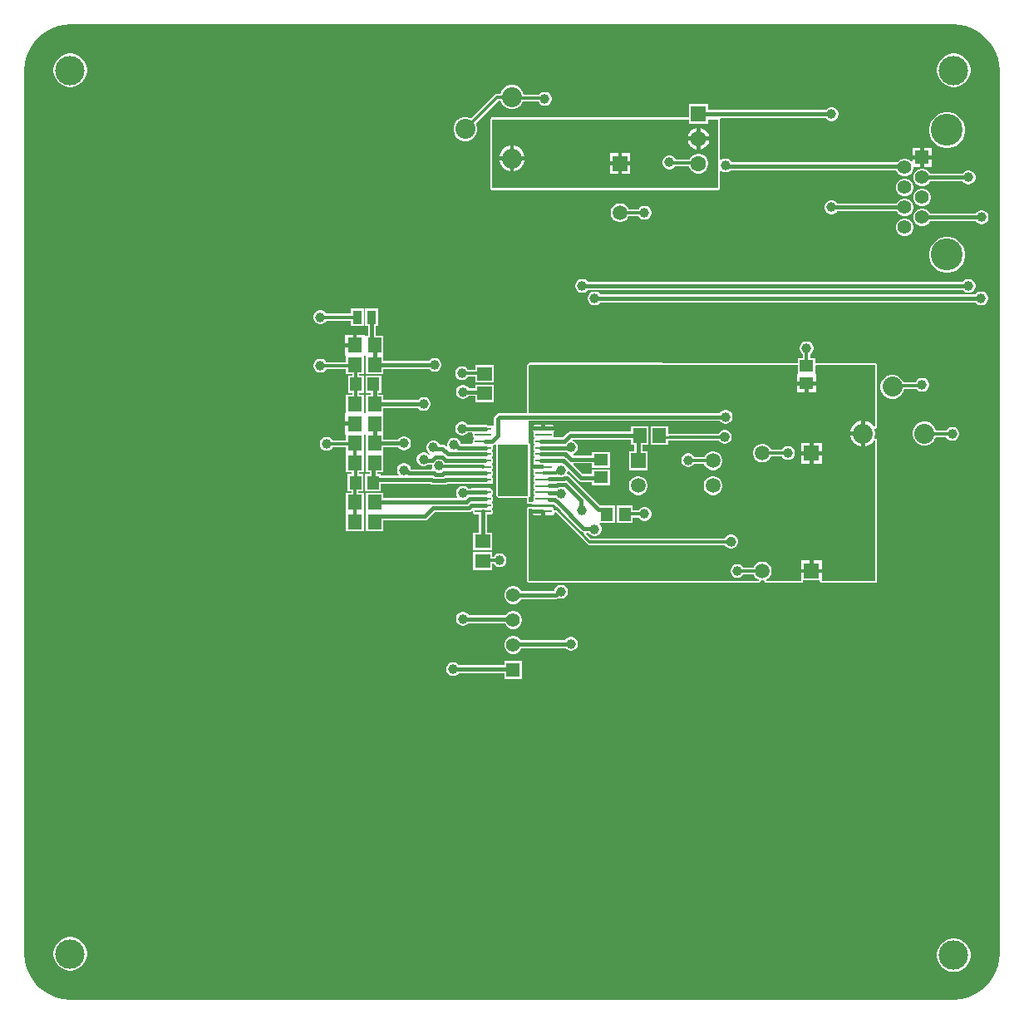
<source format=gtl>
G04*
G04 #@! TF.GenerationSoftware,Altium Limited,Altium Designer,23.7.1 (13)*
G04*
G04 Layer_Physical_Order=1*
G04 Layer_Color=255*
%FSLAX44Y44*%
%MOMM*%
G71*
G04*
G04 #@! TF.SameCoordinates,9BDE129D-A6D9-4E47-A380-7317F5008C5C*
G04*
G04*
G04 #@! TF.FilePolarity,Positive*
G04*
G01*
G75*
%ADD19C,0.2540*%
%ADD20R,0.9500X1.3500*%
G04:AMPARAMS|DCode=21|XSize=0.2mm|YSize=1.65mm|CornerRadius=0.029mm|HoleSize=0mm|Usage=FLASHONLY|Rotation=90.000|XOffset=0mm|YOffset=0mm|HoleType=Round|Shape=RoundedRectangle|*
%AMROUNDEDRECTD21*
21,1,0.2000,1.5920,0,0,90.0*
21,1,0.1420,1.6500,0,0,90.0*
1,1,0.0580,0.7960,0.0710*
1,1,0.0580,0.7960,-0.0710*
1,1,0.0580,-0.7960,-0.0710*
1,1,0.0580,-0.7960,0.0710*
%
%ADD21ROUNDEDRECTD21*%
G04:AMPARAMS|DCode=22|XSize=3.1mm|YSize=5.18mm|CornerRadius=0.0465mm|HoleSize=0mm|Usage=FLASHONLY|Rotation=0.000|XOffset=0mm|YOffset=0mm|HoleType=Round|Shape=RoundedRectangle|*
%AMROUNDEDRECTD22*
21,1,3.1000,5.0870,0,0,0.0*
21,1,3.0070,5.1800,0,0,0.0*
1,1,0.0930,1.5035,-2.5435*
1,1,0.0930,-1.5035,-2.5435*
1,1,0.0930,-1.5035,2.5435*
1,1,0.0930,1.5035,2.5435*
%
%ADD22ROUNDEDRECTD22*%
%ADD23R,1.4000X1.5000*%
%ADD24R,1.5000X1.4000*%
%ADD25R,1.4000X1.2000*%
%ADD26R,1.2000X1.4000*%
%ADD33C,3.2500*%
%ADD34R,1.3900X1.3900*%
%ADD35C,1.3900*%
%ADD43C,1.3970*%
%ADD44R,1.3970X1.3970*%
%ADD47C,0.3000*%
%ADD48C,0.4000*%
%ADD49C,1.5000*%
%ADD50R,1.5000X1.5000*%
%ADD51R,1.5000X1.5000*%
%ADD52C,3.0000*%
%ADD53C,1.6000*%
%ADD54R,1.6000X1.6000*%
%ADD55C,2.0320*%
%ADD56C,1.0000*%
%ADD57C,0.6000*%
G36*
X50000Y996666D02*
X950000D01*
X950140Y996694D01*
X956096Y996303D01*
X962088Y995112D01*
X967872Y993148D01*
X973352Y990446D01*
X978431Y987052D01*
X983024Y983024D01*
X987052Y978431D01*
X990446Y973352D01*
X993148Y967872D01*
X995112Y962088D01*
X996303Y956096D01*
X996694Y950140D01*
X996666Y950000D01*
X996666Y50000D01*
X996694Y49860D01*
X996303Y43904D01*
X995112Y37912D01*
X993148Y32127D01*
X990446Y26648D01*
X987052Y21569D01*
X983024Y16976D01*
X978431Y12948D01*
X973352Y9554D01*
X967872Y6852D01*
X962088Y4888D01*
X956096Y3697D01*
X950140Y3306D01*
X950000Y3334D01*
X50000D01*
X49860Y3306D01*
X43904Y3697D01*
X37912Y4888D01*
X32128Y6852D01*
X26648Y9554D01*
X21569Y12948D01*
X16976Y16976D01*
X12948Y21569D01*
X9554Y26648D01*
X6852Y32127D01*
X4888Y37912D01*
X3697Y43904D01*
X3380Y48739D01*
X3334Y50000D01*
X3334Y50000D01*
X3334Y51252D01*
Y950000D01*
X3306Y950140D01*
X3697Y956096D01*
X4888Y962088D01*
X6852Y967872D01*
X9554Y973352D01*
X12948Y978431D01*
X16976Y983024D01*
X21569Y987052D01*
X26648Y990446D01*
X32127Y993148D01*
X37912Y995112D01*
X43904Y996303D01*
X49860Y996694D01*
X50000Y996666D01*
D02*
G37*
%LPC*%
G36*
X951674Y967000D02*
X948326D01*
X945041Y966347D01*
X941947Y965065D01*
X939163Y963205D01*
X936795Y960837D01*
X934935Y958053D01*
X933653Y954959D01*
X933000Y951674D01*
Y948326D01*
X933653Y945041D01*
X934935Y941947D01*
X936795Y939163D01*
X939163Y936795D01*
X941947Y934935D01*
X945041Y933653D01*
X948326Y933000D01*
X951674D01*
X954959Y933653D01*
X958053Y934935D01*
X960837Y936795D01*
X963205Y939163D01*
X965065Y941947D01*
X966347Y945041D01*
X967000Y948326D01*
Y951674D01*
X966347Y954959D01*
X965065Y958053D01*
X963205Y960837D01*
X960837Y963205D01*
X958053Y965065D01*
X954959Y966347D01*
X951674Y967000D01*
D02*
G37*
G36*
X51674D02*
X48326D01*
X45041Y966347D01*
X41947Y965065D01*
X39163Y963205D01*
X36795Y960837D01*
X34935Y958053D01*
X33653Y954959D01*
X33000Y951674D01*
Y948326D01*
X33653Y945041D01*
X34935Y941947D01*
X36795Y939163D01*
X39163Y936795D01*
X41947Y934935D01*
X45041Y933653D01*
X48326Y933000D01*
X51674D01*
X54959Y933653D01*
X58053Y934935D01*
X60837Y936795D01*
X63205Y939163D01*
X65065Y941947D01*
X66347Y945041D01*
X67000Y948326D01*
Y951674D01*
X66347Y954959D01*
X65065Y958053D01*
X63205Y960837D01*
X60837Y963205D01*
X58053Y965065D01*
X54959Y966347D01*
X51674Y967000D01*
D02*
G37*
G36*
X501601Y934854D02*
X498399D01*
X495306Y934025D01*
X492534Y932424D01*
X490270Y930160D01*
X488669Y927387D01*
X488367Y926262D01*
X485001D01*
X483636Y925991D01*
X482478Y925217D01*
X458204Y900943D01*
X457196Y901526D01*
X454103Y902354D01*
X450901D01*
X447808Y901526D01*
X445036Y899925D01*
X442772Y897661D01*
X441171Y894888D01*
X440342Y891795D01*
Y888594D01*
X441171Y885501D01*
X442772Y882728D01*
X445036Y880464D01*
X447808Y878863D01*
X450901Y878034D01*
X454103D01*
X457196Y878863D01*
X459968Y880464D01*
X462232Y882728D01*
X463833Y885501D01*
X464662Y888594D01*
Y891795D01*
X463833Y894888D01*
X463251Y895897D01*
X486479Y919125D01*
X488367D01*
X488669Y918000D01*
X490270Y915227D01*
X492534Y912963D01*
X495306Y911362D01*
X498399Y910534D01*
X501601D01*
X504694Y911362D01*
X507466Y912963D01*
X509730Y915227D01*
X511331Y918000D01*
X511372Y918153D01*
X526849D01*
X526877Y918048D01*
X527799Y916452D01*
X529102Y915149D01*
X530698Y914227D01*
X532478Y913750D01*
X534322D01*
X536102Y914227D01*
X537698Y915149D01*
X539001Y916452D01*
X539923Y918048D01*
X540400Y919828D01*
Y921672D01*
X539923Y923452D01*
X539001Y925048D01*
X537698Y926351D01*
X536102Y927273D01*
X534322Y927750D01*
X532478D01*
X530698Y927273D01*
X529102Y926351D01*
X528041Y925290D01*
X511893D01*
X511331Y927387D01*
X509730Y930160D01*
X507466Y932424D01*
X504694Y934025D01*
X501601Y934854D01*
D02*
G37*
G36*
X700000Y915800D02*
X680000D01*
Y902039D01*
X480000D01*
X479220Y901884D01*
X478558Y901442D01*
X478116Y900780D01*
X477961Y900000D01*
Y830000D01*
X478116Y829220D01*
X478558Y828558D01*
X479220Y828116D01*
X480000Y827961D01*
X710000D01*
X710780Y828116D01*
X711442Y828558D01*
X711884Y829220D01*
X712039Y830000D01*
Y846952D01*
X712636Y847199D01*
X713309Y847366D01*
X714848Y846477D01*
X716628Y846000D01*
X718472D01*
X720252Y846477D01*
X721848Y847399D01*
X722351Y847902D01*
X891554D01*
X891660Y847505D01*
X892838Y845465D01*
X894505Y843798D01*
X896545Y842620D01*
X898822Y842010D01*
X901178D01*
X903455Y842620D01*
X905495Y843798D01*
X907162Y845465D01*
X908340Y847505D01*
X908950Y849782D01*
Y851170D01*
X915780D01*
Y859120D01*
X907830D01*
Y857583D01*
X906560Y857057D01*
X905495Y858122D01*
X903455Y859300D01*
X901178Y859910D01*
X898822D01*
X896545Y859300D01*
X894505Y858122D01*
X892838Y856455D01*
X892609Y856058D01*
X723867D01*
X723151Y857298D01*
X721848Y858601D01*
X720252Y859523D01*
X718472Y860000D01*
X716628D01*
X714848Y859523D01*
X713309Y858634D01*
X712636Y858801D01*
X712039Y859048D01*
Y900000D01*
X712006Y900168D01*
X712856Y901438D01*
X819608D01*
X819899Y900935D01*
X821202Y899632D01*
X822798Y898710D01*
X824578Y898233D01*
X826422D01*
X828202Y898710D01*
X829798Y899632D01*
X831101Y900935D01*
X832023Y902531D01*
X832500Y904311D01*
Y906154D01*
X832023Y907935D01*
X831101Y909531D01*
X829798Y910834D01*
X828202Y911756D01*
X826422Y912233D01*
X824578D01*
X822798Y911756D01*
X821202Y910834D01*
X819962Y909595D01*
X700000D01*
Y915800D01*
D02*
G37*
G36*
X944977Y907310D02*
X941383D01*
X937857Y906609D01*
X934535Y905233D01*
X931546Y903236D01*
X929004Y900694D01*
X927007Y897705D01*
X925631Y894383D01*
X924930Y890857D01*
Y887262D01*
X925631Y883737D01*
X927007Y880415D01*
X929004Y877426D01*
X931546Y874884D01*
X934535Y872887D01*
X937857Y871511D01*
X941383Y870810D01*
X944977D01*
X948503Y871511D01*
X951825Y872887D01*
X954814Y874884D01*
X957356Y877426D01*
X959353Y880415D01*
X960729Y883737D01*
X961430Y887262D01*
Y890857D01*
X960729Y894383D01*
X959353Y897705D01*
X957356Y900694D01*
X954814Y903236D01*
X951825Y905233D01*
X948503Y906609D01*
X944977Y907310D01*
D02*
G37*
G36*
X927730Y871070D02*
X919780D01*
Y863120D01*
X927730D01*
Y871070D01*
D02*
G37*
G36*
X915780D02*
X907830D01*
Y863120D01*
X915780D01*
Y871070D01*
D02*
G37*
G36*
X927730Y859120D02*
X919780D01*
Y851170D01*
X927730D01*
Y859120D01*
D02*
G37*
G36*
X918958Y849750D02*
X916602D01*
X914325Y849140D01*
X912285Y847962D01*
X910618Y846295D01*
X909440Y844255D01*
X908830Y841978D01*
Y839622D01*
X909440Y837345D01*
X910618Y835305D01*
X912285Y833638D01*
X914325Y832460D01*
X916602Y831850D01*
X918958D01*
X921235Y832460D01*
X923275Y833638D01*
X924942Y835305D01*
X925760Y836722D01*
X959309D01*
X959436Y836502D01*
X960740Y835199D01*
X962336Y834277D01*
X964116Y833800D01*
X965959D01*
X967740Y834277D01*
X969336Y835199D01*
X970639Y836502D01*
X971561Y838098D01*
X972038Y839878D01*
Y841722D01*
X971561Y843502D01*
X970639Y845098D01*
X969336Y846401D01*
X967740Y847323D01*
X965959Y847800D01*
X964116D01*
X962336Y847323D01*
X960740Y846401D01*
X959436Y845098D01*
X959309Y844878D01*
X925760D01*
X924942Y846295D01*
X923275Y847962D01*
X921235Y849140D01*
X918958Y849750D01*
D02*
G37*
G36*
X901178Y839590D02*
X898822D01*
X896545Y838980D01*
X894505Y837802D01*
X892838Y836135D01*
X891660Y834095D01*
X891050Y831818D01*
Y829462D01*
X891660Y827185D01*
X892838Y825145D01*
X894505Y823478D01*
X896545Y822300D01*
X898822Y821690D01*
X901178D01*
X903455Y822300D01*
X905495Y823478D01*
X907162Y825145D01*
X908340Y827185D01*
X908950Y829462D01*
Y831818D01*
X908340Y834095D01*
X907162Y836135D01*
X905495Y837802D01*
X903455Y838980D01*
X901178Y839590D01*
D02*
G37*
G36*
Y819270D02*
X898822D01*
X896545Y818660D01*
X894505Y817482D01*
X892838Y815815D01*
X892020Y814398D01*
X831228D01*
X831101Y814618D01*
X829798Y815921D01*
X828202Y816843D01*
X826422Y817320D01*
X824578D01*
X822798Y816843D01*
X821202Y815921D01*
X819899Y814618D01*
X818977Y813022D01*
X818500Y811242D01*
Y809398D01*
X818977Y807618D01*
X819899Y806022D01*
X821202Y804719D01*
X822798Y803797D01*
X824578Y803320D01*
X826422D01*
X828202Y803797D01*
X829798Y804719D01*
X831101Y806022D01*
X831228Y806242D01*
X892020D01*
X892838Y804825D01*
X894505Y803158D01*
X896545Y801980D01*
X898822Y801370D01*
X901178D01*
X903455Y801980D01*
X905495Y803158D01*
X907162Y804825D01*
X908340Y806865D01*
X908950Y809142D01*
Y811498D01*
X908340Y813775D01*
X907162Y815815D01*
X905495Y817482D01*
X903455Y818660D01*
X901178Y819270D01*
D02*
G37*
G36*
X918958Y829430D02*
X916602D01*
X914325Y828820D01*
X912285Y827642D01*
X910618Y825975D01*
X909440Y823935D01*
X908830Y821658D01*
Y819302D01*
X909440Y817025D01*
X910618Y814985D01*
X912285Y813318D01*
X914325Y812140D01*
X916602Y811530D01*
X918958D01*
X921235Y812140D01*
X923275Y813318D01*
X924942Y814985D01*
X926120Y817025D01*
X926730Y819302D01*
Y821658D01*
X926120Y823935D01*
X924942Y825975D01*
X923275Y827642D01*
X921235Y828820D01*
X918958Y829430D01*
D02*
G37*
G36*
X611251Y814500D02*
X608749D01*
X606333Y813853D01*
X604167Y812602D01*
X602398Y810833D01*
X601147Y808667D01*
X600500Y806251D01*
Y803749D01*
X601147Y801333D01*
X602398Y799167D01*
X604167Y797398D01*
X606333Y796147D01*
X608749Y795500D01*
X611251D01*
X613667Y796147D01*
X615833Y797398D01*
X617602Y799167D01*
X618828Y801291D01*
X628896D01*
X629399Y800421D01*
X630702Y799117D01*
X632298Y798196D01*
X634078Y797719D01*
X635922D01*
X637702Y798196D01*
X639298Y799117D01*
X640601Y800421D01*
X641523Y802017D01*
X642000Y803797D01*
Y805640D01*
X641523Y807421D01*
X640601Y809017D01*
X639298Y810320D01*
X637702Y811242D01*
X635922Y811719D01*
X634078D01*
X632298Y811242D01*
X630702Y810320D01*
X629399Y809017D01*
X629059Y808428D01*
X618917D01*
X618853Y808667D01*
X617602Y810833D01*
X615833Y812602D01*
X613667Y813853D01*
X611251Y814500D01*
D02*
G37*
G36*
X918958Y809110D02*
X916602D01*
X914325Y808500D01*
X912285Y807322D01*
X910618Y805655D01*
X909440Y803615D01*
X908830Y801338D01*
Y798982D01*
X909440Y796705D01*
X910618Y794665D01*
X912285Y792998D01*
X914325Y791820D01*
X916602Y791210D01*
X918958D01*
X921235Y791820D01*
X923275Y792998D01*
X924942Y794665D01*
X925760Y796082D01*
X972703D01*
X972830Y795862D01*
X974133Y794559D01*
X975729Y793637D01*
X977509Y793160D01*
X979352D01*
X981133Y793637D01*
X982729Y794559D01*
X984032Y795862D01*
X984954Y797458D01*
X985431Y799238D01*
Y801082D01*
X984954Y802862D01*
X984032Y804458D01*
X982729Y805761D01*
X981133Y806683D01*
X979352Y807160D01*
X977509D01*
X975729Y806683D01*
X974133Y805761D01*
X972830Y804458D01*
X972703Y804238D01*
X925760D01*
X924942Y805655D01*
X923275Y807322D01*
X921235Y808500D01*
X918958Y809110D01*
D02*
G37*
G36*
X901178Y798950D02*
X898822D01*
X896545Y798340D01*
X894505Y797162D01*
X892838Y795495D01*
X891660Y793455D01*
X891050Y791178D01*
Y788822D01*
X891660Y786545D01*
X892838Y784505D01*
X894505Y782838D01*
X896545Y781660D01*
X898822Y781050D01*
X901178D01*
X903455Y781660D01*
X905495Y782838D01*
X907162Y784505D01*
X908340Y786545D01*
X908950Y788822D01*
Y791178D01*
X908340Y793455D01*
X907162Y795495D01*
X905495Y797162D01*
X903455Y798340D01*
X901178Y798950D01*
D02*
G37*
G36*
X944977Y780310D02*
X941383D01*
X937857Y779609D01*
X934535Y778233D01*
X931546Y776236D01*
X929004Y773694D01*
X927007Y770705D01*
X925631Y767383D01*
X924930Y763857D01*
Y760263D01*
X925631Y756737D01*
X927007Y753415D01*
X929004Y750426D01*
X931546Y747884D01*
X934535Y745887D01*
X937857Y744511D01*
X941383Y743810D01*
X944977D01*
X948503Y744511D01*
X951825Y745887D01*
X954814Y747884D01*
X957356Y750426D01*
X959353Y753415D01*
X960729Y756737D01*
X961430Y760263D01*
Y763857D01*
X960729Y767383D01*
X959353Y770705D01*
X957356Y773694D01*
X954814Y776236D01*
X951825Y778233D01*
X948503Y779609D01*
X944977Y780310D01*
D02*
G37*
G36*
X965959Y737250D02*
X964116D01*
X962336Y736773D01*
X960740Y735851D01*
X959436Y734548D01*
X959309Y734328D01*
X577228D01*
X577101Y734548D01*
X575798Y735851D01*
X574202Y736773D01*
X572422Y737250D01*
X570578D01*
X568798Y736773D01*
X567202Y735851D01*
X565899Y734548D01*
X564977Y732952D01*
X564500Y731172D01*
Y729328D01*
X564977Y727548D01*
X565899Y725952D01*
X567202Y724649D01*
X568798Y723727D01*
X570578Y723250D01*
X572422D01*
X574202Y723727D01*
X575798Y724649D01*
X577101Y725952D01*
X577228Y726172D01*
X959309D01*
X959436Y725952D01*
X960740Y724649D01*
X962336Y723727D01*
X964116Y723250D01*
X965959D01*
X967740Y723727D01*
X969336Y724649D01*
X970639Y725952D01*
X971561Y727548D01*
X972038Y729328D01*
Y731172D01*
X971561Y732952D01*
X970639Y734548D01*
X969336Y735851D01*
X967740Y736773D01*
X965959Y737250D01*
D02*
G37*
G36*
X978822Y724550D02*
X976978D01*
X975198Y724073D01*
X973602Y723151D01*
X972299Y721848D01*
X972172Y721628D01*
X589928D01*
X589801Y721848D01*
X588498Y723151D01*
X586902Y724073D01*
X585122Y724550D01*
X583278D01*
X581498Y724073D01*
X579902Y723151D01*
X578599Y721848D01*
X577677Y720252D01*
X577200Y718472D01*
Y716628D01*
X577677Y714848D01*
X578599Y713252D01*
X579902Y711949D01*
X581498Y711027D01*
X583278Y710550D01*
X585122D01*
X586902Y711027D01*
X588498Y711949D01*
X589801Y713252D01*
X589928Y713472D01*
X972172D01*
X972299Y713252D01*
X973602Y711949D01*
X975198Y711027D01*
X976978Y710550D01*
X978822D01*
X980602Y711027D01*
X982198Y711949D01*
X983501Y713252D01*
X984423Y714848D01*
X984900Y716628D01*
Y718472D01*
X984423Y720252D01*
X983501Y721848D01*
X982198Y723151D01*
X980602Y724073D01*
X978822Y724550D01*
D02*
G37*
G36*
X349020Y707250D02*
X335520D01*
Y702069D01*
X310823D01*
X310401Y702798D01*
X309098Y704101D01*
X307502Y705023D01*
X305722Y705500D01*
X303878D01*
X302098Y705023D01*
X300502Y704101D01*
X299199Y702798D01*
X298277Y701202D01*
X297800Y699422D01*
Y697578D01*
X298277Y695798D01*
X299199Y694202D01*
X300502Y692899D01*
X302098Y691977D01*
X303878Y691500D01*
X305722D01*
X307502Y691977D01*
X309098Y692899D01*
X310401Y694202D01*
X310823Y694931D01*
X335520D01*
Y689750D01*
X349020D01*
Y707250D01*
D02*
G37*
G36*
X364020D02*
X350520D01*
Y689750D01*
X353192D01*
Y679500D01*
X351270D01*
X351000Y679500D01*
X350000Y680152D01*
Y680500D01*
X342000D01*
Y670000D01*
X340000D01*
Y668000D01*
X330000D01*
Y660152D01*
X330000Y660152D01*
X330000Y659500D01*
X331000Y658848D01*
X331000Y658230D01*
Y652647D01*
X310823D01*
X310401Y653376D01*
X309098Y654680D01*
X307502Y655601D01*
X305722Y656078D01*
X303878D01*
X302098Y655601D01*
X300502Y654680D01*
X299199Y653376D01*
X298277Y651780D01*
X297800Y650000D01*
Y648157D01*
X298277Y646376D01*
X299199Y644780D01*
X300502Y643477D01*
X302098Y642555D01*
X303878Y642078D01*
X305722D01*
X307502Y642555D01*
X309098Y643477D01*
X310401Y644780D01*
X310823Y645510D01*
X331000D01*
Y640500D01*
X337431D01*
Y639000D01*
X333000D01*
Y621000D01*
X337431D01*
Y619500D01*
X331000D01*
X331000Y601152D01*
X330000Y600500D01*
Y599848D01*
X330000Y599848D01*
Y592000D01*
X340000D01*
Y588000D01*
X330000D01*
Y580152D01*
X330000Y580152D01*
X330000Y579500D01*
X331000Y578848D01*
X331000Y578230D01*
Y573025D01*
X317173D01*
X316751Y573755D01*
X315448Y575058D01*
X313852Y575979D01*
X312072Y576457D01*
X310228D01*
X308448Y575979D01*
X306852Y575058D01*
X305549Y573755D01*
X304627Y572159D01*
X304150Y570378D01*
Y568535D01*
X304627Y566755D01*
X305549Y565159D01*
X306852Y563855D01*
X308448Y562934D01*
X310228Y562457D01*
X312072D01*
X313852Y562934D01*
X315448Y563855D01*
X316751Y565159D01*
X317173Y565888D01*
X331000D01*
Y560500D01*
X331000D01*
Y559500D01*
X331000D01*
Y540500D01*
X336931D01*
Y539000D01*
X332500D01*
Y521000D01*
X336431D01*
Y519500D01*
X331000D01*
Y500500D01*
X331000D01*
Y499500D01*
X331000D01*
Y480500D01*
X349000D01*
Y499500D01*
X349000D01*
Y500500D01*
X349000D01*
Y519500D01*
X343569D01*
Y521000D01*
X348500D01*
Y539000D01*
X344069D01*
Y540500D01*
X349000D01*
Y559500D01*
X349000D01*
Y560500D01*
X349000D01*
X349000Y578848D01*
X350000Y579500D01*
X351000Y578848D01*
Y560770D01*
X351000Y560500D01*
Y559500D01*
X351000Y559230D01*
Y540500D01*
X354922D01*
Y539000D01*
X350500D01*
Y521000D01*
X366500D01*
Y528922D01*
X416716D01*
X417676Y528280D01*
X419237Y527970D01*
X431663D01*
X431663Y527970D01*
X433224Y528280D01*
X434184Y528922D01*
X458316D01*
X458634Y528500D01*
X470500D01*
X481555D01*
X480832Y529582D01*
X480821Y529589D01*
X480727Y529728D01*
X480551Y531297D01*
X480617Y531396D01*
X480795Y532290D01*
Y533710D01*
X480617Y534604D01*
X480111Y535361D01*
X479850Y535535D01*
Y536965D01*
X480111Y537139D01*
X480617Y537896D01*
X480795Y538790D01*
Y540210D01*
X480617Y541104D01*
X480111Y541861D01*
X479850Y542035D01*
Y543465D01*
X480111Y543639D01*
X480617Y544397D01*
X480795Y545290D01*
Y546710D01*
X480617Y547603D01*
X480111Y548361D01*
X479850Y548535D01*
Y549965D01*
X480111Y550139D01*
X480617Y550896D01*
X480795Y551790D01*
Y553210D01*
X480617Y554104D01*
X480111Y554861D01*
X479850Y555035D01*
Y556465D01*
X480111Y556639D01*
X480617Y557397D01*
X480795Y558290D01*
Y559710D01*
X480617Y560603D01*
X480111Y561361D01*
X479850Y561535D01*
Y562965D01*
X480111Y563139D01*
X480617Y563896D01*
X480795Y564790D01*
Y566210D01*
X480617Y567104D01*
X480779Y567832D01*
X481165Y568473D01*
X481207Y568507D01*
X482493Y569366D01*
X482802Y569674D01*
X483258Y569454D01*
X483849Y568926D01*
X483702Y568185D01*
Y517315D01*
X483893Y516353D01*
X484438Y515538D01*
X485253Y514993D01*
X486215Y514802D01*
X515208D01*
Y510334D01*
X515363Y509554D01*
X515805Y508892D01*
X516466Y508450D01*
X517247Y508295D01*
X520206D01*
X520686Y507710D01*
Y506919D01*
X520674Y506865D01*
X520374Y506135D01*
X519507Y505705D01*
X517247D01*
X516466Y505550D01*
X515805Y505108D01*
X515363Y504446D01*
X515208Y503666D01*
Y430000D01*
X515363Y429220D01*
X515805Y428558D01*
X516466Y428116D01*
X517247Y427961D01*
X750901D01*
X750934Y427967D01*
X750968Y427962D01*
X751324Y428045D01*
X751682Y428116D01*
X751710Y428135D01*
X751742Y428143D01*
X752039Y428355D01*
X752343Y428558D01*
X752362Y428586D01*
X752389Y428606D01*
X752582Y428916D01*
X752785Y429220D01*
X752792Y429253D01*
X752810Y429282D01*
X752991Y429764D01*
X753749Y430500D01*
X756251D01*
X757009Y429764D01*
X757190Y429282D01*
X757208Y429253D01*
X757215Y429220D01*
X757418Y428916D01*
X757611Y428606D01*
X757638Y428586D01*
X757657Y428558D01*
X757961Y428355D01*
X758257Y428143D01*
X758290Y428135D01*
X758318Y428116D01*
X758677Y428045D01*
X759032Y427962D01*
X759066Y427967D01*
X759099Y427961D01*
X794500D01*
X795280Y428116D01*
X795942Y428558D01*
X796384Y429220D01*
X796539Y430000D01*
Y430500D01*
X813461D01*
Y430000D01*
X813616Y429220D01*
X814058Y428558D01*
X814720Y428116D01*
X815500Y427961D01*
X870000D01*
X870780Y428116D01*
X871442Y428558D01*
X871884Y429220D01*
X872039Y430000D01*
Y572785D01*
X872013Y572917D01*
X872022Y573051D01*
X871936Y573304D01*
X871884Y573565D01*
X871809Y573677D01*
X871766Y573805D01*
X871590Y574005D01*
X871442Y574227D01*
X871330Y574302D01*
X871241Y574403D01*
X871002Y574521D01*
X870780Y574669D01*
X870648Y574695D01*
X870528Y574755D01*
X869965Y574906D01*
X869250Y575159D01*
X869112Y576333D01*
X869113Y576346D01*
X869663Y578399D01*
Y581601D01*
X869113Y583653D01*
X869112Y583667D01*
X869250Y584841D01*
X869965Y585094D01*
X870528Y585245D01*
X870648Y585305D01*
X870780Y585331D01*
X871002Y585479D01*
X871241Y585597D01*
X871330Y585698D01*
X871442Y585773D01*
X871590Y585995D01*
X871766Y586195D01*
X871809Y586323D01*
X871884Y586435D01*
X871936Y586696D01*
X872022Y586949D01*
X872013Y587083D01*
X872039Y587215D01*
Y649500D01*
X871961Y649896D01*
X871885Y650278D01*
X871884Y650279D01*
X871884Y650280D01*
X871661Y650614D01*
X871444Y650940D01*
X871443Y650941D01*
X871442Y650942D01*
X871113Y651162D01*
X870783Y651383D01*
X870782Y651383D01*
X870780Y651384D01*
X870391Y651461D01*
X870003Y651539D01*
X809902Y651625D01*
X809894Y651632D01*
X809087Y652530D01*
X809000Y652742D01*
Y657000D01*
X803669D01*
Y660727D01*
X804398Y661149D01*
X805701Y662452D01*
X806623Y664048D01*
X807100Y665828D01*
Y667672D01*
X806623Y669452D01*
X805701Y671048D01*
X804398Y672351D01*
X802802Y673273D01*
X801022Y673750D01*
X799178D01*
X797398Y673273D01*
X795802Y672351D01*
X794499Y671048D01*
X793577Y669452D01*
X793100Y667672D01*
Y665828D01*
X793577Y664048D01*
X794499Y662452D01*
X795802Y661149D01*
X796531Y660727D01*
Y657000D01*
X791000D01*
Y652551D01*
X790101Y651653D01*
X518148Y652042D01*
X518148Y652042D01*
X518147Y652042D01*
X517762Y651965D01*
X517368Y651888D01*
X517367Y651887D01*
X517366Y651887D01*
X517048Y651675D01*
X516706Y651447D01*
X516705Y651446D01*
X516705Y651445D01*
X515806Y650548D01*
X515806Y650547D01*
X515805Y650547D01*
X515588Y650223D01*
X515363Y649887D01*
X515363Y649886D01*
X515363Y649885D01*
X515286Y649501D01*
X515208Y649107D01*
X515208Y649106D01*
X515208Y649105D01*
Y600978D01*
X487596D01*
X486036Y600668D01*
X484712Y599784D01*
X484712Y599784D01*
X482369Y597441D01*
X481485Y596118D01*
X481175Y594557D01*
X481175Y594557D01*
Y588055D01*
X480680Y587732D01*
X479905Y587499D01*
X479353Y587867D01*
X478460Y588045D01*
X475143D01*
X474061Y588768D01*
X472500Y589078D01*
X454807D01*
X454680Y589298D01*
X453377Y590601D01*
X451780Y591523D01*
X450000Y592000D01*
X448157D01*
X446376Y591523D01*
X444780Y590601D01*
X443477Y589298D01*
X442556Y587702D01*
X442078Y585922D01*
Y584078D01*
X442556Y582298D01*
X443477Y580702D01*
X444780Y579399D01*
X446376Y578477D01*
X448157Y578000D01*
X450000D01*
X451780Y578477D01*
X453377Y579399D01*
X454680Y580702D01*
X454807Y580922D01*
X459402D01*
X459639Y580724D01*
X460293Y579652D01*
X460205Y579210D01*
Y577790D01*
X460383Y576897D01*
X460889Y576139D01*
X461150Y575965D01*
Y574535D01*
X460889Y574361D01*
X460383Y573604D01*
X460205Y572710D01*
Y571290D01*
X460293Y570848D01*
X459639Y569776D01*
X459402Y569578D01*
X447889D01*
X447444Y571237D01*
X446523Y572833D01*
X445220Y574136D01*
X443624Y575058D01*
X441843Y575535D01*
X440000D01*
X438220Y575058D01*
X436623Y574136D01*
X435320Y572833D01*
X434399Y571237D01*
X433922Y569457D01*
Y567613D01*
X434017Y567258D01*
X432878Y566601D01*
X432098Y567381D01*
X430775Y568265D01*
X429214Y568575D01*
X429214Y568575D01*
X426391D01*
X425601Y569943D01*
X424298Y571246D01*
X422702Y572168D01*
X420922Y572645D01*
X419078D01*
X417298Y572168D01*
X415702Y571246D01*
X414399Y569943D01*
X413477Y568347D01*
X413000Y566567D01*
Y564724D01*
X413477Y562943D01*
X414399Y561347D01*
X415702Y560044D01*
X416545Y559557D01*
X416871Y558079D01*
X416137Y558061D01*
X415478Y558171D01*
X414298Y559351D01*
X412702Y560273D01*
X410922Y560750D01*
X409078D01*
X407298Y560273D01*
X405702Y559351D01*
X404399Y558048D01*
X403477Y556452D01*
X403000Y554672D01*
Y552828D01*
X403477Y551048D01*
X404399Y549452D01*
X405702Y548149D01*
X407298Y547227D01*
X409078Y546750D01*
X410922D01*
X412702Y547227D01*
X414298Y548149D01*
X414821Y548672D01*
X417323D01*
X418439Y547976D01*
X418450Y547470D01*
Y546127D01*
X418792Y544848D01*
X418037Y543578D01*
X397000D01*
Y543672D01*
X396523Y545452D01*
X395601Y547048D01*
X394298Y548351D01*
X392702Y549273D01*
X390922Y549750D01*
X389078D01*
X387298Y549273D01*
X385702Y548351D01*
X384399Y547048D01*
X383477Y545452D01*
X383000Y543672D01*
Y541828D01*
X383477Y540048D01*
X384399Y538452D01*
X384502Y538348D01*
X383976Y537078D01*
X366500D01*
Y539000D01*
X363078D01*
Y540500D01*
X369000D01*
Y559230D01*
X369000Y559500D01*
Y560500D01*
X369000Y560770D01*
Y565922D01*
X384272D01*
X384399Y565702D01*
X385702Y564399D01*
X387298Y563477D01*
X389078Y563000D01*
X390922D01*
X392702Y563477D01*
X394298Y564399D01*
X395601Y565702D01*
X396523Y567298D01*
X397000Y569078D01*
Y570922D01*
X396523Y572702D01*
X395601Y574298D01*
X394298Y575601D01*
X392702Y576523D01*
X390922Y577000D01*
X389078D01*
X387298Y576523D01*
X385702Y575601D01*
X384399Y574298D01*
X384272Y574078D01*
X369000D01*
Y579500D01*
X369000D01*
Y580500D01*
X369000D01*
Y599230D01*
X369000Y599500D01*
Y600500D01*
X369000Y600770D01*
Y605922D01*
X404272D01*
X404399Y605702D01*
X405702Y604399D01*
X407298Y603477D01*
X409078Y603000D01*
X410922D01*
X412702Y603477D01*
X414298Y604399D01*
X415601Y605702D01*
X416523Y607298D01*
X417000Y609078D01*
Y610922D01*
X416523Y612702D01*
X415601Y614298D01*
X414298Y615601D01*
X412702Y616523D01*
X410922Y617000D01*
X409078D01*
X407298Y616523D01*
X405702Y615601D01*
X404399Y614298D01*
X404272Y614078D01*
X369000D01*
Y619500D01*
X364078D01*
Y621000D01*
X367000D01*
Y639000D01*
X351000D01*
Y621000D01*
X355922D01*
Y619500D01*
X351000D01*
Y601152D01*
X350000Y600500D01*
X349000Y601152D01*
X349000Y601770D01*
Y619500D01*
X344569D01*
Y621000D01*
X349000D01*
Y639000D01*
X344569D01*
Y640500D01*
X349000D01*
X349000Y658848D01*
X350000Y659500D01*
X351000Y658848D01*
Y640500D01*
X369000D01*
Y645922D01*
X415336D01*
X415463Y645702D01*
X416766Y644399D01*
X418362Y643477D01*
X420143Y643000D01*
X421986D01*
X423766Y643477D01*
X425362Y644399D01*
X426666Y645702D01*
X427587Y647298D01*
X428064Y649078D01*
Y650922D01*
X427587Y652702D01*
X426666Y654298D01*
X425362Y655601D01*
X423766Y656523D01*
X421986Y657000D01*
X420143D01*
X418362Y656523D01*
X416766Y655601D01*
X415463Y654298D01*
X415336Y654078D01*
X369000D01*
Y659500D01*
X369000D01*
Y660500D01*
X369000D01*
Y679500D01*
X361348D01*
Y689750D01*
X364020D01*
Y707250D01*
D02*
G37*
G36*
X338000Y680500D02*
X330000D01*
Y672000D01*
X338000D01*
Y680500D01*
D02*
G37*
G36*
X481750Y649770D02*
X462750D01*
Y644919D01*
X455101D01*
X454680Y645648D01*
X453377Y646951D01*
X451780Y647873D01*
X450000Y648350D01*
X448157D01*
X446376Y647873D01*
X444780Y646951D01*
X443477Y645648D01*
X442556Y644052D01*
X442078Y642272D01*
Y640428D01*
X442556Y638648D01*
X443477Y637052D01*
X444780Y635749D01*
X446376Y634827D01*
X448157Y634350D01*
X450000D01*
X451780Y634827D01*
X453377Y635749D01*
X454680Y637052D01*
X455101Y637781D01*
X462750D01*
Y631770D01*
X481750D01*
Y649770D01*
D02*
G37*
G36*
Y629770D02*
X462750D01*
Y626378D01*
X455728D01*
X455601Y626598D01*
X454298Y627901D01*
X452702Y628823D01*
X450922Y629300D01*
X449078D01*
X447298Y628823D01*
X445702Y627901D01*
X444399Y626598D01*
X443477Y625002D01*
X443000Y623222D01*
Y621378D01*
X443477Y619598D01*
X444399Y618002D01*
X445702Y616699D01*
X447298Y615777D01*
X449078Y615300D01*
X450922D01*
X452702Y615777D01*
X454298Y616699D01*
X455601Y618002D01*
X455728Y618222D01*
X462750D01*
Y611770D01*
X481750D01*
Y629770D01*
D02*
G37*
G36*
X889101Y639658D02*
X885900D01*
X882807Y638829D01*
X880034Y637228D01*
X877770Y634964D01*
X876169Y632192D01*
X875341Y629099D01*
Y625897D01*
X876169Y622804D01*
X877770Y620032D01*
X880034Y617768D01*
X882807Y616167D01*
X885900Y615338D01*
X889101D01*
X892194Y616167D01*
X894967Y617768D01*
X897231Y620032D01*
X898832Y622804D01*
X899401Y624930D01*
X912449D01*
X913482Y623897D01*
X915078Y622975D01*
X916858Y622498D01*
X918702D01*
X920482Y622975D01*
X922078Y623897D01*
X923381Y625200D01*
X924303Y626796D01*
X924780Y628577D01*
Y630420D01*
X924303Y632200D01*
X923381Y633796D01*
X922078Y635099D01*
X920482Y636021D01*
X918702Y636498D01*
X916858D01*
X915078Y636021D01*
X913482Y635099D01*
X912179Y633796D01*
X911257Y632200D01*
X911221Y632067D01*
X898866D01*
X898832Y632192D01*
X897231Y634964D01*
X894967Y637228D01*
X892194Y638829D01*
X889101Y639658D01*
D02*
G37*
G36*
X921601Y592160D02*
X918399D01*
X915306Y591331D01*
X912534Y589730D01*
X910270Y587466D01*
X908669Y584694D01*
X907840Y581601D01*
Y578399D01*
X908669Y575306D01*
X910270Y572534D01*
X912534Y570270D01*
X915306Y568669D01*
X918399Y567840D01*
X921601D01*
X924694Y568669D01*
X927466Y570270D01*
X929730Y572534D01*
X931331Y575306D01*
X931578Y576226D01*
X942362D01*
X942902Y575291D01*
X944205Y573988D01*
X945801Y573067D01*
X947582Y572590D01*
X949425D01*
X951205Y573067D01*
X952801Y573988D01*
X954105Y575291D01*
X955026Y576888D01*
X955503Y578668D01*
Y580511D01*
X955026Y582291D01*
X954105Y583888D01*
X952801Y585191D01*
X951205Y586113D01*
X949425Y586590D01*
X947582D01*
X945801Y586113D01*
X944205Y585191D01*
X942902Y583888D01*
X942599Y583363D01*
X931688D01*
X931331Y584694D01*
X929730Y587466D01*
X927466Y589730D01*
X924694Y591331D01*
X921601Y592160D01*
D02*
G37*
G36*
X450922Y526500D02*
X449078D01*
X447298Y526023D01*
X445702Y525101D01*
X444399Y523798D01*
X443477Y522202D01*
X443000Y520421D01*
Y518578D01*
X443477Y516798D01*
X444314Y515348D01*
X443941Y514097D01*
X443933Y514078D01*
X369000D01*
Y519500D01*
X351000D01*
Y500500D01*
X351000Y500500D01*
Y499500D01*
X351000D01*
X351000Y499230D01*
Y480500D01*
X369000D01*
Y491422D01*
X410875D01*
X410875Y491422D01*
X412436Y491732D01*
X413759Y492616D01*
X421064Y499922D01*
X455713D01*
X455713Y499922D01*
X457274Y500232D01*
X458597Y501116D01*
X458965Y501484D01*
X459528Y501359D01*
X460205Y500928D01*
Y499790D01*
X460383Y498896D01*
X460889Y498139D01*
X461646Y497633D01*
X462540Y497455D01*
X466422D01*
Y479000D01*
X460500D01*
Y461000D01*
X479500D01*
Y479000D01*
X474578D01*
Y497455D01*
X478460D01*
X479353Y497633D01*
X480111Y498139D01*
X480617Y498896D01*
X480795Y499790D01*
Y501210D01*
X480617Y502104D01*
X480111Y502861D01*
X479850Y503035D01*
Y504465D01*
X480111Y504639D01*
X480617Y505396D01*
X480795Y506290D01*
Y507710D01*
X480617Y508604D01*
X480111Y509361D01*
X479850Y509535D01*
Y510965D01*
X480111Y511139D01*
X480617Y511897D01*
X480795Y512790D01*
Y514210D01*
X480617Y515103D01*
X480111Y515861D01*
X479850Y516035D01*
Y517465D01*
X480111Y517639D01*
X480617Y518396D01*
X480795Y519290D01*
Y520710D01*
X480617Y521604D01*
X480551Y521703D01*
X480727Y523272D01*
X480821Y523411D01*
X480832Y523418D01*
X481555Y524500D01*
X470500D01*
X458634D01*
X458316Y524078D01*
X455321D01*
X454298Y525101D01*
X452702Y526023D01*
X450922Y526500D01*
D02*
G37*
G36*
X479500Y459000D02*
X460500D01*
Y441000D01*
X479500D01*
Y447281D01*
X481395D01*
X481816Y446552D01*
X483120Y445249D01*
X484716Y444327D01*
X486496Y443850D01*
X488339D01*
X490120Y444327D01*
X491716Y445249D01*
X493019Y446552D01*
X493941Y448148D01*
X494418Y449928D01*
Y451772D01*
X493941Y453552D01*
X493019Y455148D01*
X491716Y456451D01*
X490120Y457373D01*
X488339Y457850D01*
X486496D01*
X484716Y457373D01*
X483120Y456451D01*
X481816Y455148D01*
X481395Y454419D01*
X479500D01*
Y459000D01*
D02*
G37*
G36*
X550922Y425868D02*
X549078D01*
X547298Y425391D01*
X545702Y424469D01*
X544399Y423166D01*
X543477Y421570D01*
X543000Y419790D01*
Y419478D01*
X509270D01*
X508440Y420917D01*
X506767Y422590D01*
X504718Y423773D01*
X502433Y424385D01*
X500067D01*
X497782Y423773D01*
X495733Y422590D01*
X494060Y420917D01*
X492877Y418868D01*
X492265Y416583D01*
Y414217D01*
X492877Y411932D01*
X494060Y409883D01*
X495733Y408210D01*
X497782Y407027D01*
X500067Y406415D01*
X502433D01*
X504718Y407027D01*
X506767Y408210D01*
X508440Y409883D01*
X509270Y411322D01*
X544908D01*
X544908Y411322D01*
X546469Y411632D01*
X547468Y412300D01*
X549078Y411868D01*
X550922D01*
X552702Y412345D01*
X554298Y413267D01*
X555601Y414570D01*
X556523Y416166D01*
X557000Y417947D01*
Y419790D01*
X556523Y421570D01*
X555601Y423166D01*
X554298Y424469D01*
X552702Y425391D01*
X550922Y425868D01*
D02*
G37*
G36*
X502433Y398985D02*
X500067D01*
X497782Y398373D01*
X495733Y397190D01*
X494060Y395517D01*
X493571Y394670D01*
X456070D01*
X455601Y395481D01*
X454298Y396784D01*
X452702Y397706D01*
X450922Y398183D01*
X449078D01*
X447298Y397706D01*
X445702Y396784D01*
X444399Y395481D01*
X443477Y393885D01*
X443000Y392104D01*
Y390261D01*
X443477Y388481D01*
X444399Y386885D01*
X445702Y385582D01*
X447298Y384660D01*
X449078Y384183D01*
X450922D01*
X452702Y384660D01*
X454298Y385582D01*
X455230Y386513D01*
X492888D01*
X494060Y384483D01*
X495733Y382810D01*
X497782Y381627D01*
X500067Y381015D01*
X502433D01*
X504718Y381627D01*
X506767Y382810D01*
X508440Y384483D01*
X509623Y386532D01*
X510235Y388817D01*
Y391183D01*
X509623Y393468D01*
X508440Y395517D01*
X506767Y397190D01*
X504718Y398373D01*
X502433Y398985D01*
D02*
G37*
G36*
Y373585D02*
X500067D01*
X497782Y372973D01*
X495733Y371790D01*
X494060Y370117D01*
X492877Y368068D01*
X492265Y365783D01*
Y363417D01*
X492877Y361132D01*
X494060Y359083D01*
X495733Y357410D01*
X497782Y356227D01*
X500067Y355615D01*
X502433D01*
X504718Y356227D01*
X506767Y357410D01*
X508440Y359083D01*
X509612Y361113D01*
X554770D01*
X555702Y360182D01*
X557298Y359260D01*
X559078Y358783D01*
X560922D01*
X562702Y359260D01*
X564298Y360182D01*
X565601Y361485D01*
X566523Y363081D01*
X567000Y364861D01*
Y366704D01*
X566523Y368485D01*
X565601Y370081D01*
X564298Y371384D01*
X562702Y372306D01*
X560922Y372783D01*
X559078D01*
X557298Y372306D01*
X555702Y371384D01*
X554399Y370081D01*
X553930Y369270D01*
X508929D01*
X508440Y370117D01*
X506767Y371790D01*
X504718Y372973D01*
X502433Y373585D01*
D02*
G37*
G36*
X510235Y348185D02*
X492265D01*
Y344078D01*
X445728D01*
X445601Y344298D01*
X444298Y345601D01*
X442702Y346523D01*
X440922Y347000D01*
X439078D01*
X437298Y346523D01*
X435702Y345601D01*
X434399Y344298D01*
X433477Y342702D01*
X433000Y340922D01*
Y339078D01*
X433477Y337298D01*
X434399Y335702D01*
X435702Y334399D01*
X437298Y333477D01*
X439078Y333000D01*
X440922D01*
X442702Y333477D01*
X444298Y334399D01*
X445601Y335702D01*
X445728Y335922D01*
X492265D01*
Y330215D01*
X510235D01*
Y348185D01*
D02*
G37*
G36*
X51674Y67000D02*
X48326D01*
X45041Y66347D01*
X41947Y65065D01*
X39163Y63205D01*
X36795Y60837D01*
X34935Y58053D01*
X33653Y54959D01*
X33000Y51674D01*
Y48326D01*
X33653Y45041D01*
X34935Y41947D01*
X36795Y39163D01*
X39163Y36795D01*
X41947Y34935D01*
X45041Y33653D01*
X48326Y33000D01*
X51674D01*
X54959Y33653D01*
X58053Y34935D01*
X60837Y36795D01*
X63205Y39163D01*
X65065Y41947D01*
X66347Y45041D01*
X67000Y48326D01*
Y51674D01*
X66347Y54959D01*
X65065Y58053D01*
X63205Y60837D01*
X60837Y63205D01*
X58053Y65065D01*
X54959Y66347D01*
X51674Y67000D01*
D02*
G37*
G36*
X951674Y65575D02*
X948326D01*
X945041Y64922D01*
X941947Y63640D01*
X939163Y61780D01*
X936795Y59412D01*
X934935Y56627D01*
X933653Y53534D01*
X933000Y50249D01*
Y46901D01*
X933653Y43616D01*
X934935Y40522D01*
X936795Y37738D01*
X939163Y35370D01*
X941947Y33510D01*
X945041Y32228D01*
X948326Y31575D01*
X951674D01*
X954959Y32228D01*
X958053Y33510D01*
X960837Y35370D01*
X963205Y37738D01*
X965065Y40522D01*
X966347Y43616D01*
X967000Y46901D01*
Y50249D01*
X966347Y53534D01*
X965065Y56627D01*
X963205Y59412D01*
X960837Y61780D01*
X958053Y63640D01*
X954959Y64922D01*
X951674Y65575D01*
D02*
G37*
%LPD*%
G36*
X710000Y830000D02*
X480000D01*
Y900000D01*
X680000D01*
Y895800D01*
X700000D01*
Y900000D01*
X710000D01*
Y830000D01*
D02*
G37*
%LPC*%
G36*
X692000Y891252D02*
Y882400D01*
X700852D01*
X700250Y884646D01*
X698802Y887154D01*
X696754Y889202D01*
X694246Y890650D01*
X692000Y891252D01*
D02*
G37*
G36*
X688000Y891252D02*
X685754Y890650D01*
X683246Y889202D01*
X681198Y887154D01*
X679750Y884646D01*
X679148Y882400D01*
X688000D01*
Y891252D01*
D02*
G37*
G36*
Y878400D02*
X679148D01*
X679750Y876154D01*
X681198Y873646D01*
X683246Y871598D01*
X685754Y870150D01*
X688000Y869548D01*
Y878400D01*
D02*
G37*
G36*
X700852D02*
X692000D01*
Y869548D01*
X694246Y870150D01*
X696754Y871598D01*
X698802Y873646D01*
X700250Y876154D01*
X700852Y878400D01*
D02*
G37*
G36*
X502000Y873285D02*
Y862197D01*
X513088D01*
X512263Y865276D01*
X510531Y868277D01*
X508080Y870728D01*
X505080Y872460D01*
X502000Y873285D01*
D02*
G37*
G36*
X498000D02*
X494920Y872460D01*
X491920Y870728D01*
X489469Y868277D01*
X487737Y865276D01*
X486912Y862197D01*
X498000D01*
Y873285D01*
D02*
G37*
G36*
X691317Y865000D02*
X688683D01*
X686140Y864318D01*
X683860Y863002D01*
X681998Y861140D01*
X680833Y859122D01*
X666742D01*
X666001Y860404D01*
X664698Y861707D01*
X663102Y862629D01*
X661322Y863106D01*
X659478D01*
X657698Y862629D01*
X656102Y861707D01*
X654799Y860404D01*
X653877Y858808D01*
X653400Y857028D01*
Y855184D01*
X653877Y853404D01*
X654799Y851808D01*
X656102Y850505D01*
X657698Y849583D01*
X659478Y849106D01*
X661322D01*
X663102Y849583D01*
X664698Y850505D01*
X666001Y851808D01*
X666103Y851984D01*
X680455D01*
X680682Y851140D01*
X681998Y848860D01*
X683860Y846998D01*
X686140Y845682D01*
X688683Y845000D01*
X691317D01*
X693860Y845682D01*
X696140Y846998D01*
X698002Y848860D01*
X699318Y851140D01*
X700000Y853683D01*
Y856317D01*
X699318Y858860D01*
X698002Y861140D01*
X696140Y863002D01*
X693860Y864318D01*
X691317Y865000D01*
D02*
G37*
G36*
X620500Y865500D02*
X612000D01*
Y857000D01*
X620500D01*
Y865500D01*
D02*
G37*
G36*
X608000D02*
X599500D01*
Y857000D01*
X608000D01*
Y865500D01*
D02*
G37*
G36*
X513088Y858197D02*
X502000D01*
Y847109D01*
X505080Y847934D01*
X508080Y849666D01*
X510531Y852116D01*
X512263Y855117D01*
X513088Y858197D01*
D02*
G37*
G36*
X498000D02*
X486912D01*
X487737Y855117D01*
X489469Y852116D01*
X491920Y849666D01*
X494920Y847934D01*
X498000Y847109D01*
Y858197D01*
D02*
G37*
G36*
X620500Y853000D02*
X612000D01*
Y844500D01*
X620500D01*
Y853000D01*
D02*
G37*
G36*
X608000D02*
X599500D01*
Y844500D01*
X608000D01*
Y853000D01*
D02*
G37*
%LPD*%
G36*
X791000Y649613D02*
Y641270D01*
X791000Y641000D01*
X790348Y640000D01*
X790000D01*
Y633000D01*
X800000D01*
X810000D01*
Y640000D01*
X809652D01*
X809000Y641000D01*
X809000Y641270D01*
Y648688D01*
X809899Y649586D01*
X870000Y649500D01*
Y587215D01*
X868730Y586875D01*
X868034Y588080D01*
X865584Y590531D01*
X862583Y592263D01*
X859503Y593088D01*
Y580000D01*
Y566912D01*
X862583Y567737D01*
X865584Y569469D01*
X868034Y571920D01*
X868730Y573125D01*
X870000Y572785D01*
Y430000D01*
X815500D01*
Y438000D01*
X805000D01*
X794500D01*
Y430000D01*
X759099D01*
X758917Y430483D01*
X758879Y431270D01*
X760833Y432398D01*
X762602Y434167D01*
X763852Y436333D01*
X764500Y438749D01*
Y441251D01*
X763852Y443667D01*
X762602Y445833D01*
X760833Y447602D01*
X758667Y448853D01*
X756251Y449500D01*
X753749D01*
X751333Y448853D01*
X749167Y447602D01*
X747398Y445833D01*
X746147Y443667D01*
X746121Y443569D01*
X735697D01*
X735276Y444298D01*
X733972Y445601D01*
X732376Y446523D01*
X730596Y447000D01*
X728753D01*
X726972Y446523D01*
X725376Y445601D01*
X724073Y444298D01*
X723151Y442702D01*
X722674Y440922D01*
Y439078D01*
X723151Y437298D01*
X724073Y435702D01*
X725376Y434399D01*
X726972Y433477D01*
X728753Y433000D01*
X730596D01*
X732376Y433477D01*
X733972Y434399D01*
X735276Y435702D01*
X735697Y436431D01*
X746121D01*
X746147Y436333D01*
X747398Y434167D01*
X749167Y432398D01*
X751121Y431270D01*
X751083Y430483D01*
X750901Y430000D01*
X517247D01*
Y503666D01*
X520197D01*
X520910Y502543D01*
X520913Y502500D01*
X532000D01*
Y500500D01*
X534000D01*
Y496436D01*
X539960D01*
X541244Y496691D01*
X542332Y497418D01*
X543059Y498506D01*
X543214Y499285D01*
X544512Y499783D01*
X576753Y467542D01*
X577834Y466820D01*
X579110Y466566D01*
X716993D01*
X717550Y465602D01*
X718853Y464299D01*
X720450Y463377D01*
X722230Y462900D01*
X724073D01*
X725853Y463377D01*
X727449Y464299D01*
X728753Y465602D01*
X729674Y467198D01*
X730151Y468978D01*
Y470822D01*
X729674Y472602D01*
X728753Y474198D01*
X727449Y475501D01*
X725853Y476423D01*
X724073Y476900D01*
X722230D01*
X720450Y476423D01*
X718853Y475501D01*
X717550Y474198D01*
X716993Y473234D01*
X580491D01*
X575714Y478012D01*
X576200Y479185D01*
X578089D01*
X578599Y478302D01*
X579902Y476999D01*
X581498Y476077D01*
X583278Y475600D01*
X585122D01*
X586902Y476077D01*
X588498Y476999D01*
X589801Y478302D01*
X590723Y479898D01*
X591200Y481678D01*
Y483522D01*
X590723Y485302D01*
X589801Y486898D01*
X589159Y487540D01*
X589685Y488810D01*
X604900D01*
Y506810D01*
X593294D01*
X592900Y506889D01*
X592900Y506889D01*
X589537D01*
X559097Y537329D01*
X557774Y538213D01*
X556791Y538408D01*
X556107Y539614D01*
X556095Y539743D01*
X556271Y540048D01*
X556555Y541107D01*
X557971Y541487D01*
X567600Y531859D01*
X568923Y530975D01*
X570484Y530664D01*
X570484Y530664D01*
X581550D01*
Y527243D01*
X599550D01*
Y543242D01*
X581550D01*
Y538821D01*
X572173D01*
X562503Y548491D01*
X562989Y549664D01*
X581550D01*
Y545243D01*
X599550D01*
Y561242D01*
X581550D01*
Y557821D01*
X562783D01*
X562691Y557992D01*
X562702Y559310D01*
X564298Y560232D01*
X565601Y561535D01*
X566523Y563131D01*
X567000Y564911D01*
Y566755D01*
X566523Y568535D01*
X565601Y570131D01*
X564298Y571435D01*
X562702Y572356D01*
X561996Y572545D01*
X562163Y573815D01*
X621000D01*
Y568394D01*
X624572D01*
Y561700D01*
X619150D01*
Y542700D01*
X638150D01*
Y561700D01*
X632728D01*
Y568394D01*
X639000D01*
Y587394D01*
X621000D01*
Y581972D01*
X559333D01*
X557772Y581661D01*
X556449Y580778D01*
X556449Y580777D01*
X551750Y576078D01*
X543098D01*
X542861Y576276D01*
X542207Y577348D01*
X542295Y577790D01*
Y579210D01*
X542117Y580103D01*
X542051Y580203D01*
X542227Y581772D01*
X542321Y581911D01*
X542332Y581918D01*
X543055Y583000D01*
X532000D01*
X520945D01*
X521668Y581918D01*
X521679Y581911D01*
X521773Y581772D01*
X521949Y580203D01*
X521883Y580103D01*
X521705Y579210D01*
Y577790D01*
X521883Y576897D01*
X522389Y576139D01*
X522650Y575965D01*
Y574535D01*
X522389Y574361D01*
X521883Y573604D01*
X521705Y572710D01*
Y571290D01*
X521883Y570396D01*
X522389Y569639D01*
X522650Y569465D01*
Y568035D01*
X522389Y567861D01*
X521883Y567104D01*
X521705Y566210D01*
Y564790D01*
X521883Y563896D01*
X522389Y563139D01*
X522650Y562965D01*
Y561535D01*
X522389Y561361D01*
X521883Y560603D01*
X521705Y559710D01*
Y558290D01*
X521883Y557397D01*
X522389Y556639D01*
X522650Y556465D01*
Y555035D01*
X522389Y554861D01*
X521883Y554104D01*
X521705Y553210D01*
Y551790D01*
X521883Y550896D01*
X521949Y550797D01*
X521773Y549228D01*
X521679Y549089D01*
X521668Y549082D01*
X520945Y548000D01*
X532000D01*
Y544000D01*
X520945D01*
X521668Y542918D01*
X521679Y542911D01*
X521773Y542772D01*
X521949Y541203D01*
X521883Y541104D01*
X521705Y540210D01*
Y538790D01*
X521883Y537896D01*
X522389Y537139D01*
X522650Y536965D01*
Y535535D01*
X522389Y535361D01*
X521883Y534604D01*
X521705Y533710D01*
Y532290D01*
X521883Y531396D01*
X522389Y530639D01*
X522650Y530465D01*
Y529035D01*
X522389Y528861D01*
X521883Y528103D01*
X521705Y527210D01*
Y525790D01*
X521883Y524897D01*
X522389Y524139D01*
X522650Y523965D01*
Y522535D01*
X522389Y522361D01*
X521883Y521604D01*
X521705Y520710D01*
Y519290D01*
X521883Y518396D01*
X522389Y517639D01*
X522650Y517465D01*
Y516035D01*
X522389Y515861D01*
X521883Y515103D01*
X521705Y514210D01*
Y512790D01*
X521883Y511897D01*
X522078Y511604D01*
X521482Y510334D01*
X517247D01*
Y514993D01*
X518062Y515538D01*
X518607Y516353D01*
X518798Y517315D01*
Y568185D01*
X518607Y569147D01*
X518062Y569962D01*
X517247Y570507D01*
Y592822D01*
X711822D01*
X711949Y592602D01*
X713252Y591299D01*
X714848Y590377D01*
X716628Y589900D01*
X718472D01*
X720252Y590377D01*
X721848Y591299D01*
X723151Y592602D01*
X724073Y594198D01*
X724550Y595978D01*
Y597822D01*
X724073Y599602D01*
X723151Y601198D01*
X721848Y602501D01*
X720252Y603423D01*
X718472Y603900D01*
X716628D01*
X714848Y603423D01*
X713252Y602501D01*
X711949Y601198D01*
X711822Y600978D01*
X517247D01*
Y649105D01*
X518145Y650003D01*
X791000Y649613D01*
D02*
G37*
G36*
X544711Y505982D02*
X544714Y505982D01*
X570316Y480379D01*
X570316Y480379D01*
X571639Y479495D01*
X572662Y479292D01*
X573068Y479118D01*
X573553Y478313D01*
X573675Y478012D01*
X573830Y477231D01*
X574272Y476570D01*
X579049Y471792D01*
X579711Y471350D01*
X580491Y471195D01*
X716993D01*
X717255Y471247D01*
X717521Y471264D01*
X717642Y471324D01*
X717774Y471350D01*
X717996Y471498D01*
X718235Y471616D01*
X718324Y471717D01*
X718435Y471792D01*
X718584Y472014D01*
X718759Y472214D01*
X719182Y472946D01*
X720105Y473870D01*
X721237Y474523D01*
X722498Y474861D01*
X723804D01*
X725066Y474523D01*
X726197Y473870D01*
X727121Y472946D01*
X727774Y471815D01*
X728112Y470553D01*
Y469247D01*
X727774Y467985D01*
X727121Y466854D01*
X726197Y465930D01*
X725066Y465277D01*
X723804Y464939D01*
X722498D01*
X721237Y465277D01*
X720105Y465930D01*
X719182Y466854D01*
X718759Y467586D01*
X718584Y467786D01*
X718435Y468008D01*
X718324Y468083D01*
X718235Y468184D01*
X717996Y468302D01*
X717774Y468450D01*
X717642Y468476D01*
X717521Y468536D01*
X717255Y468553D01*
X716993Y468605D01*
X579311D01*
X578630Y468741D01*
X578053Y469126D01*
X545954Y501225D01*
X545645Y501432D01*
X545342Y501646D01*
X545315Y501652D01*
X545293Y501667D01*
X544928Y501740D01*
X544566Y501822D01*
X544539Y501817D01*
X544512Y501822D01*
X544148Y501750D01*
X543782Y501687D01*
X543515Y501585D01*
X542117Y502104D01*
X542051Y502203D01*
X542227Y503772D01*
X542321Y503911D01*
X542332Y503918D01*
X543059Y505006D01*
X543156Y505494D01*
X544551Y506089D01*
X544711Y505982D01*
D02*
G37*
%LPC*%
G36*
X810000Y629000D02*
X802000D01*
Y622000D01*
X810000D01*
Y629000D01*
D02*
G37*
G36*
X798000D02*
X790000D01*
Y622000D01*
X798000D01*
Y629000D01*
D02*
G37*
G36*
X539960Y589064D02*
X534000D01*
Y587000D01*
X543055D01*
X542332Y588082D01*
X541244Y588809D01*
X539960Y589064D01*
D02*
G37*
G36*
X530000D02*
X524040D01*
X522756Y588809D01*
X521668Y588082D01*
X520945Y587000D01*
X530000D01*
Y589064D01*
D02*
G37*
G36*
X855503Y593088D02*
X852424Y592263D01*
X849423Y590531D01*
X846973Y588080D01*
X845240Y585080D01*
X844415Y582000D01*
X855503D01*
Y593088D01*
D02*
G37*
G36*
X659000Y587394D02*
X641000D01*
Y568394D01*
X659000D01*
Y573210D01*
X710471D01*
X711027Y572246D01*
X712330Y570942D01*
X713926Y570021D01*
X715707Y569544D01*
X717550D01*
X719330Y570021D01*
X720927Y570942D01*
X722230Y572246D01*
X723151Y573842D01*
X723628Y575622D01*
Y577465D01*
X723151Y579246D01*
X722230Y580842D01*
X720927Y582145D01*
X719330Y583067D01*
X717550Y583544D01*
X715707D01*
X713926Y583067D01*
X712330Y582145D01*
X711027Y580842D01*
X710471Y579878D01*
X659000D01*
Y587394D01*
D02*
G37*
G36*
X855503Y578000D02*
X844415D01*
X845240Y574920D01*
X846973Y571920D01*
X849423Y569469D01*
X852424Y567737D01*
X855503Y566912D01*
Y578000D01*
D02*
G37*
G36*
X815500Y570500D02*
X807000D01*
Y562000D01*
X815500D01*
Y570500D01*
D02*
G37*
G36*
X803000D02*
X794500D01*
Y562000D01*
X803000D01*
Y570500D01*
D02*
G37*
G36*
X706101Y561700D02*
X703599D01*
X701183Y561053D01*
X699017Y559802D01*
X697248Y558033D01*
X696101Y556046D01*
X685633D01*
X685051Y557053D01*
X683748Y558357D01*
X682152Y559278D01*
X680372Y559755D01*
X678528D01*
X676748Y559278D01*
X675152Y558357D01*
X673849Y557053D01*
X672927Y555457D01*
X672450Y553677D01*
Y551834D01*
X672927Y550053D01*
X673849Y548457D01*
X675152Y547154D01*
X676748Y546232D01*
X678528Y545755D01*
X680372D01*
X682152Y546232D01*
X683748Y547154D01*
X685051Y548457D01*
X685312Y548909D01*
X695897D01*
X695997Y548533D01*
X697248Y546367D01*
X699017Y544598D01*
X701183Y543347D01*
X703599Y542700D01*
X706101D01*
X708517Y543347D01*
X710683Y544598D01*
X712452Y546367D01*
X713703Y548533D01*
X714350Y550949D01*
Y553451D01*
X713703Y555867D01*
X712452Y558033D01*
X710683Y559802D01*
X708517Y561053D01*
X706101Y561700D01*
D02*
G37*
G36*
X756251Y569500D02*
X753749D01*
X751333Y568853D01*
X749167Y567602D01*
X747398Y565833D01*
X746147Y563667D01*
X745500Y561251D01*
Y558749D01*
X746147Y556333D01*
X747398Y554167D01*
X749167Y552398D01*
X751333Y551147D01*
X753749Y550500D01*
X756251D01*
X758667Y551147D01*
X760833Y552398D01*
X762602Y554167D01*
X763852Y556333D01*
X763893Y556484D01*
X775058D01*
X775449Y555807D01*
X776752Y554504D01*
X778348Y553582D01*
X780128Y553105D01*
X781972D01*
X783752Y553582D01*
X785348Y554504D01*
X786651Y555807D01*
X787573Y557403D01*
X788050Y559183D01*
Y561026D01*
X787573Y562807D01*
X786651Y564403D01*
X785348Y565706D01*
X783752Y566628D01*
X781972Y567105D01*
X780128D01*
X778348Y566628D01*
X776752Y565706D01*
X775449Y564403D01*
X774997Y563621D01*
X763865D01*
X763852Y563667D01*
X762602Y565833D01*
X760833Y567602D01*
X758667Y568853D01*
X756251Y569500D01*
D02*
G37*
G36*
X815500Y558000D02*
X807000D01*
Y549500D01*
X815500D01*
Y558000D01*
D02*
G37*
G36*
X803000D02*
X794500D01*
Y549500D01*
X803000D01*
Y558000D01*
D02*
G37*
G36*
X706101Y536300D02*
X703599D01*
X701183Y535653D01*
X699017Y534402D01*
X697248Y532633D01*
X695997Y530467D01*
X695350Y528051D01*
Y525549D01*
X695997Y523133D01*
X697248Y520967D01*
X699017Y519198D01*
X701183Y517947D01*
X703599Y517300D01*
X706101D01*
X708517Y517947D01*
X710683Y519198D01*
X712452Y520967D01*
X713703Y523133D01*
X714350Y525549D01*
Y528051D01*
X713703Y530467D01*
X712452Y532633D01*
X710683Y534402D01*
X708517Y535653D01*
X706101Y536300D01*
D02*
G37*
G36*
X629901D02*
X627399D01*
X624983Y535653D01*
X622817Y534402D01*
X621048Y532633D01*
X619797Y530467D01*
X619150Y528051D01*
Y525549D01*
X619797Y523133D01*
X621048Y520967D01*
X622817Y519198D01*
X624983Y517947D01*
X627399Y517300D01*
X629901D01*
X632317Y517947D01*
X634483Y519198D01*
X636252Y520967D01*
X637503Y523133D01*
X638150Y525549D01*
Y528051D01*
X637503Y530467D01*
X636252Y532633D01*
X634483Y534402D01*
X632317Y535653D01*
X629901Y536300D01*
D02*
G37*
G36*
X530000Y498500D02*
X520945D01*
X521668Y497418D01*
X522756Y496691D01*
X524040Y496436D01*
X530000D01*
Y498500D01*
D02*
G37*
G36*
X622900Y506810D02*
X606900D01*
Y488810D01*
X622900D01*
Y494396D01*
X628977D01*
X629399Y493667D01*
X630702Y492363D01*
X632298Y491442D01*
X634078Y490965D01*
X635922D01*
X637702Y491442D01*
X639298Y492363D01*
X640601Y493667D01*
X641523Y495263D01*
X642000Y497043D01*
Y498886D01*
X641523Y500667D01*
X640601Y502263D01*
X639298Y503566D01*
X637702Y504488D01*
X635922Y504965D01*
X634078D01*
X632298Y504488D01*
X630702Y503566D01*
X629399Y502263D01*
X628977Y501533D01*
X622900D01*
Y506810D01*
D02*
G37*
G36*
X815500Y450500D02*
X807000D01*
Y442000D01*
X815500D01*
Y450500D01*
D02*
G37*
G36*
X803000D02*
X794500D01*
Y442000D01*
X803000D01*
Y450500D01*
D02*
G37*
%LPD*%
G36*
X718543Y581166D02*
X719675Y580513D01*
X720598Y579590D01*
X721251Y578459D01*
X721589Y577197D01*
Y575891D01*
X721251Y574629D01*
X720598Y573498D01*
X719674Y572574D01*
X718543Y571921D01*
X717282Y571583D01*
X715975D01*
X714714Y571921D01*
X713582Y572574D01*
X712659Y573498D01*
X712236Y574229D01*
X712061Y574430D01*
X711912Y574651D01*
X711801Y574726D01*
X711712Y574827D01*
X711473Y574945D01*
X711251Y575094D01*
X711119Y575120D01*
X710998Y575179D01*
X710732Y575197D01*
X710471Y575249D01*
X660000D01*
Y577839D01*
X710471D01*
X710732Y577891D01*
X710998Y577908D01*
X711119Y577967D01*
X711251Y577994D01*
X711473Y578142D01*
X711712Y578260D01*
X711801Y578361D01*
X711912Y578436D01*
X712061Y578658D01*
X712236Y578858D01*
X712659Y579590D01*
X713583Y580513D01*
X714714Y581166D01*
X715975Y581505D01*
X717282D01*
X718543Y581166D01*
D02*
G37*
D19*
X340000Y670000D02*
X340000Y670000D01*
X266700Y670000D02*
X340000D01*
X339399Y590601D02*
X340000Y590000D01*
X266700Y590601D02*
X339399D01*
X544530Y504480D02*
X579110Y469900D01*
X541839Y506730D02*
X544089Y504480D01*
X544530D01*
X532270Y506730D02*
X541839D01*
X532000Y507000D02*
X532270Y506730D01*
X650000Y577894D02*
X651350Y576544D01*
X716628D01*
X579110Y469900D02*
X723151D01*
X491248Y507000D02*
X532000D01*
X482480Y515768D02*
X491248Y507000D01*
X482480Y515768D02*
Y521725D01*
X479935Y524270D02*
X482480Y521725D01*
X479440Y524270D02*
X479935D01*
X477210Y526500D02*
X479440Y524270D01*
X470500Y526500D02*
X477210D01*
D20*
X357270Y698500D02*
D03*
X342270D02*
D03*
D21*
X470500Y585000D02*
D03*
Y578500D02*
D03*
Y572000D02*
D03*
Y565500D02*
D03*
Y559000D02*
D03*
Y552500D02*
D03*
Y546000D02*
D03*
Y539500D02*
D03*
Y533000D02*
D03*
Y526500D02*
D03*
Y520000D02*
D03*
Y513500D02*
D03*
Y507000D02*
D03*
Y500500D02*
D03*
X532000Y585000D02*
D03*
Y578500D02*
D03*
Y572000D02*
D03*
Y565500D02*
D03*
Y552500D02*
D03*
Y546000D02*
D03*
Y539500D02*
D03*
Y533000D02*
D03*
Y526500D02*
D03*
Y520000D02*
D03*
Y513500D02*
D03*
Y507000D02*
D03*
Y500500D02*
D03*
Y559000D02*
D03*
D22*
X501250Y542750D02*
D03*
D23*
X650000Y577894D02*
D03*
X630000D02*
D03*
X340000Y510000D02*
D03*
X360000D02*
D03*
X340000Y490000D02*
D03*
X360000D02*
D03*
Y610000D02*
D03*
X340000D02*
D03*
X360000Y550000D02*
D03*
X340000D02*
D03*
Y670000D02*
D03*
X360000D02*
D03*
X340000Y590000D02*
D03*
X360000D02*
D03*
Y570000D02*
D03*
X340000D02*
D03*
X360000Y650000D02*
D03*
X340000D02*
D03*
D24*
X472250Y620770D02*
D03*
Y640770D02*
D03*
X470000Y470000D02*
D03*
Y450000D02*
D03*
D25*
X590550Y553242D02*
D03*
Y535243D02*
D03*
X800000Y631000D02*
D03*
Y649000D02*
D03*
D26*
X596900Y497810D02*
D03*
X614900D02*
D03*
X341000Y630000D02*
D03*
X359000D02*
D03*
X340500Y530000D02*
D03*
X358500D02*
D03*
D33*
X943180Y762060D02*
D03*
Y889060D02*
D03*
D34*
X917780Y861120D02*
D03*
D35*
X900000Y850960D02*
D03*
X917780Y840800D02*
D03*
X900000Y830640D02*
D03*
X917780Y820480D02*
D03*
X900000Y810320D02*
D03*
X917780Y800160D02*
D03*
X900000Y790000D02*
D03*
D43*
X501250Y415400D02*
D03*
Y390000D02*
D03*
Y364600D02*
D03*
D44*
Y339200D02*
D03*
D47*
X339457Y569457D02*
X340000Y570000D01*
X311150Y569457D02*
X339457D01*
X340000Y609500D02*
Y610000D01*
Y550000D02*
Y570000D01*
Y610000D02*
X341000Y611000D01*
X304800Y698500D02*
X342270D01*
X339078Y649078D02*
X340000Y650000D01*
X341000Y649000D01*
X304800Y649078D02*
X339078D01*
X471670Y641350D02*
X472250Y640770D01*
X449078Y641350D02*
X471670D01*
X547854Y542750D02*
X549748D01*
X532500Y540000D02*
X545104D01*
X547854Y542750D01*
X532000Y539500D02*
X532500Y540000D01*
X470000Y546500D02*
X470500Y546000D01*
X425450Y547048D02*
X425998Y546500D01*
X470000D01*
X689447Y855553D02*
X690000Y855000D01*
X660953Y855553D02*
X689447D01*
X660400Y856106D02*
X660953Y855553D01*
X610000Y805000D02*
X610141Y804859D01*
X634859D01*
X635000Y804719D01*
X500000Y922694D02*
X500972Y921722D01*
X532428D01*
X533400Y920750D01*
X452502Y890194D02*
X485001Y922694D01*
X500000D01*
X800000Y649000D02*
X800100Y649100D01*
Y666750D01*
X887501Y627498D02*
X888501Y628498D01*
X916780D01*
X917780Y629498D01*
X920000Y580000D02*
X920205Y579795D01*
X948298D01*
X948503Y579590D01*
X755000Y560000D02*
X755052Y560052D01*
X780998D01*
X781050Y560105D01*
X704572Y552478D02*
X704850Y552200D01*
X679728Y552478D02*
X704572D01*
X679450Y552755D02*
X679728Y552478D01*
X729674Y440000D02*
X755000D01*
X614900Y497810D02*
X615054Y497965D01*
X635000D01*
X470000Y450000D02*
X470850Y450850D01*
X487418D01*
X341000Y630000D02*
Y649000D01*
Y611000D02*
Y630000D01*
X340500Y530000D02*
Y549500D01*
X340000Y550000D02*
X340500Y549500D01*
X340000Y510000D02*
Y529500D01*
X340500Y530000D01*
X340000Y490000D02*
Y510000D01*
D48*
X554105Y559000D02*
X555355Y557750D01*
X555961D01*
X559969Y553742D01*
X590550D01*
X570484Y534743D02*
X590550D01*
X530000Y552500D02*
X552120D01*
X552870Y551750D01*
X553476D01*
X570484Y534743D01*
X559667Y565500D02*
X560000Y565833D01*
X530000Y565500D02*
X559667D01*
X554423Y527750D02*
X570352Y511821D01*
X546272Y509750D02*
X546713D01*
X538250Y533750D02*
X552806D01*
X538250Y512500D02*
X543522D01*
X538250Y519375D02*
X549375D01*
X552806Y533750D02*
X553501Y534445D01*
X556213D01*
X546713Y509750D02*
X573200Y483263D01*
X543522Y512500D02*
X546272Y509750D01*
X546022Y527500D02*
X546272Y527750D01*
X554423D01*
X538250Y527500D02*
X546022D01*
X549375Y519375D02*
X550000Y518750D01*
X530000Y572000D02*
X553439D01*
X559333Y577894D02*
X630000D01*
X553439Y572000D02*
X559333Y577894D01*
X530000Y559000D02*
X554105D01*
X592900Y502810D02*
X596900Y498810D01*
X556213Y534445D02*
X587848Y502810D01*
X592900D01*
X420000Y565645D02*
X421148Y564497D01*
X429214D02*
X434711Y559000D01*
X411000Y552750D02*
X418424D01*
X421722Y556048D02*
X429178D01*
X421148Y564497D02*
X429214D01*
X430630Y539500D02*
X472500D01*
X394874D02*
X420270D01*
X421722Y538048D01*
X429178D01*
Y556048D02*
X432476Y552750D01*
X362000Y533000D02*
X418285D01*
X432476Y552750D02*
X472250D01*
X432615Y533000D02*
X472500D01*
X419237Y532048D02*
X431663D01*
X429178Y538048D02*
X430630Y539500D01*
X431663Y532048D02*
X432615Y533000D01*
X418285D02*
X419237Y532048D01*
X418424Y552750D02*
X421722Y556048D01*
X434711Y559000D02*
X472500D01*
X410000Y553750D02*
X411000Y552750D01*
X390000Y542750D02*
X391624D01*
X394874Y539500D01*
X442545Y568535D02*
X445580Y565500D01*
X440922Y568535D02*
X442545D01*
X445580Y565500D02*
X472500D01*
X472750Y572250D02*
X479610D01*
X472500Y572000D02*
X472750Y572250D01*
X485253Y577894D02*
Y594557D01*
X487596Y596900D01*
X479610Y572250D02*
X485253Y577894D01*
X487596Y596900D02*
X717550D01*
X470000Y470000D02*
X470500Y470500D01*
Y500500D01*
X596900Y497810D02*
Y498810D01*
X593750Y497810D02*
Y498310D01*
X690000Y905800D02*
X690284Y905517D01*
X825217D01*
X825500Y905233D01*
Y810320D02*
X900000D01*
X917780Y800160D02*
X978431D01*
X584200Y717550D02*
X977900D01*
X583537Y483263D02*
X584200Y482600D01*
X573200Y483263D02*
X583537D01*
X570352Y502798D02*
Y511821D01*
Y502798D02*
X571500Y501650D01*
Y730250D02*
X965038D01*
X917780Y840800D02*
X965038D01*
X718570Y851980D02*
X898980D01*
X717550Y853000D02*
X718570Y851980D01*
X628650Y552200D02*
Y576544D01*
X630000Y577894D01*
X898980Y851980D02*
X900000Y850960D01*
X449078Y585000D02*
X472500D01*
X470720Y622300D02*
X472250Y620770D01*
X450000Y622300D02*
X470720D01*
X357270Y672730D02*
X360000Y670000D01*
X357270Y672730D02*
Y698500D01*
X360000Y650000D02*
X421064D01*
X455713Y504000D02*
X458713Y507000D01*
X360000Y510000D02*
X453228D01*
X450500Y520000D02*
X472500D01*
X419375Y504000D02*
X455713D01*
X453228Y510000D02*
X456728Y513500D01*
X450000Y391183D02*
X450591Y390592D01*
X500658D01*
X456728Y513500D02*
X472500D01*
X450000Y519500D02*
X450500Y520000D01*
X458713Y507000D02*
X472500D01*
X360000Y650000D02*
Y670000D01*
Y610000D02*
Y629500D01*
X359500Y630000D02*
X360000Y629500D01*
Y610000D02*
X410000D01*
X360000Y570000D02*
Y590000D01*
Y570000D02*
X390000D01*
X359000Y530000D02*
X362000Y533000D01*
X359000Y530000D02*
Y549000D01*
X360000Y550000D01*
X410875Y495500D02*
X419375Y504000D01*
X365000Y495500D02*
X410875D01*
X360000Y490500D02*
X365000Y495500D01*
X360000Y490000D02*
Y490500D01*
X500450Y340000D02*
X501250Y339200D01*
X440000Y340000D02*
X500450D01*
X501250Y364600D02*
X501842Y365191D01*
X559409D01*
X560000Y365783D01*
X500658Y390592D02*
X501250Y390000D01*
Y415400D02*
X544908D01*
X548376Y418868D01*
X550000D01*
D49*
X755000Y440000D02*
D03*
Y560000D02*
D03*
X610000Y805000D02*
D03*
X628650Y526800D02*
D03*
X704850Y552200D02*
D03*
Y526800D02*
D03*
D50*
X805000Y440000D02*
D03*
Y560000D02*
D03*
X628650Y552200D02*
D03*
D51*
X610000Y855000D02*
D03*
D52*
X50000Y950000D02*
D03*
X950000D02*
D03*
X50000Y50000D02*
D03*
X950000Y48575D02*
D03*
D53*
X690000Y855000D02*
D03*
Y880400D02*
D03*
D54*
Y905800D02*
D03*
D55*
X857503Y580000D02*
D03*
X920000Y580000D02*
D03*
X887501Y627498D02*
D03*
X500000Y860197D02*
D03*
X500000Y922694D02*
D03*
X452502Y890194D02*
D03*
D56*
X311150Y569457D02*
D03*
X266700Y670000D02*
D03*
Y590601D02*
D03*
X449078Y641350D02*
D03*
X304800Y698500D02*
D03*
Y649078D02*
D03*
X549748Y542750D02*
D03*
X560000Y565833D02*
D03*
X550000Y518750D02*
D03*
X425450Y547048D02*
D03*
X420000Y565645D02*
D03*
X440922Y568535D02*
D03*
X410000Y553750D02*
D03*
X660400Y856106D02*
D03*
X635000Y804719D02*
D03*
X533400Y920750D02*
D03*
X800100Y666750D02*
D03*
X917780Y629498D02*
D03*
X948503Y579590D02*
D03*
X781050Y560105D02*
D03*
X679450Y552755D02*
D03*
X729674Y440000D02*
D03*
X635000Y497965D02*
D03*
X487418Y450850D02*
D03*
X716628Y576544D02*
D03*
X723151Y469900D02*
D03*
X825500Y905233D02*
D03*
Y810320D02*
D03*
X978431Y800160D02*
D03*
X977900Y717550D02*
D03*
X584200D02*
D03*
Y482600D02*
D03*
X571500Y501650D02*
D03*
X965038Y840800D02*
D03*
Y730250D02*
D03*
X571500D02*
D03*
X717550Y853000D02*
D03*
Y596900D02*
D03*
X449078Y585000D02*
D03*
X450000Y622300D02*
D03*
X421064Y650000D02*
D03*
X450000Y391183D02*
D03*
Y519500D02*
D03*
X410000Y610000D02*
D03*
X390000Y570000D02*
D03*
Y542750D02*
D03*
X440000Y340000D02*
D03*
X560000Y365783D02*
D03*
X550000Y418868D02*
D03*
D57*
X490250Y564750D02*
D03*
X501250D02*
D03*
X512250D02*
D03*
X490250Y553750D02*
D03*
X501250D02*
D03*
X512250D02*
D03*
X490250Y542750D02*
D03*
X501250D02*
D03*
X512250D02*
D03*
X490250Y531750D02*
D03*
X501250D02*
D03*
X512250D02*
D03*
X490250Y520750D02*
D03*
X501250D02*
D03*
X512250D02*
D03*
M02*

</source>
